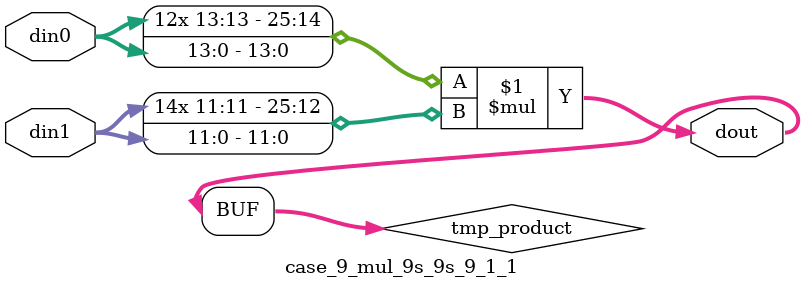
<source format=v>

`timescale 1 ns / 1 ps

 module case_9_mul_9s_9s_9_1_1(din0, din1, dout);
parameter ID = 1;
parameter NUM_STAGE = 0;
parameter din0_WIDTH = 14;
parameter din1_WIDTH = 12;
parameter dout_WIDTH = 26;

input [din0_WIDTH - 1 : 0] din0; 
input [din1_WIDTH - 1 : 0] din1; 
output [dout_WIDTH - 1 : 0] dout;

wire signed [dout_WIDTH - 1 : 0] tmp_product;



























assign tmp_product = $signed(din0) * $signed(din1);








assign dout = tmp_product;





















endmodule

</source>
